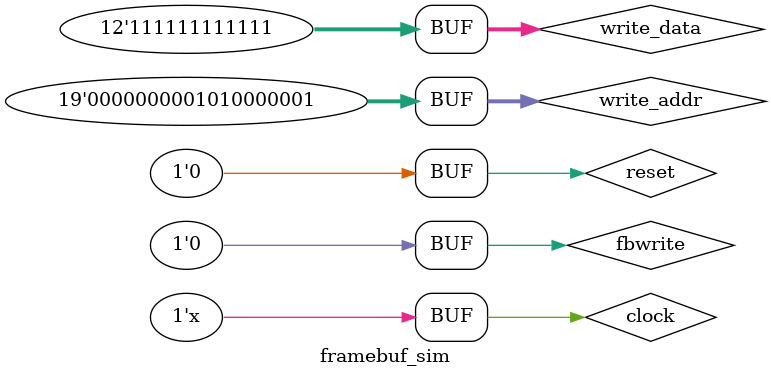
<source format=v>
`timescale 1ns / 1ps


module framebuf_sim();
    reg[18:0] write_addr = 19'd641;
    reg[11:0] write_data = 12'hfff;
    wire[11:0] pixel_out;
    reg fbwrite = 0, clock = 0, reset = 1;
    wire hsync, vsync;
    wire[15:0] vsync_data;
    framebuf framebuf(
        write_addr,
        write_data,
        fbwrite,
        clock,
        reset,
        pixel_out,
        hsync,
        vsync,
        vsync_data
    );
    
    always #50 clock = ~clock;
    
    initial begin
        #100 reset = 0;
        #100 fbwrite = 1;
        #100 fbwrite = 0;
    end
endmodule

</source>
